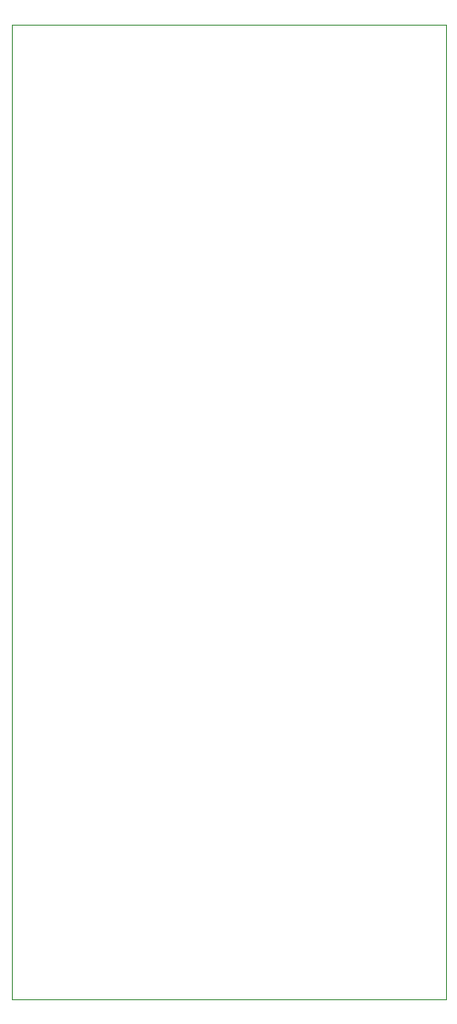
<source format=gm1>
%TF.GenerationSoftware,KiCad,Pcbnew,(6.0.1)*%
%TF.CreationDate,2022-09-27T15:47:44-04:00*%
%TF.ProjectId,SYNTH-MIXER-05,53594e54-482d-44d4-9958-45522d30352e,1*%
%TF.SameCoordinates,Original*%
%TF.FileFunction,Profile,NP*%
%FSLAX46Y46*%
G04 Gerber Fmt 4.6, Leading zero omitted, Abs format (unit mm)*
G04 Created by KiCad (PCBNEW (6.0.1)) date 2022-09-27 15:47:44*
%MOMM*%
%LPD*%
G01*
G04 APERTURE LIST*
%TA.AperFunction,Profile*%
%ADD10C,0.100000*%
%TD*%
G04 APERTURE END LIST*
D10*
X66440000Y-38100000D02*
X106680000Y-38100000D01*
X106680000Y-38100000D02*
X106680000Y-128270000D01*
X106680000Y-128270000D02*
X66440000Y-128270000D01*
X66440000Y-128270000D02*
X66440000Y-38100000D01*
M02*

</source>
